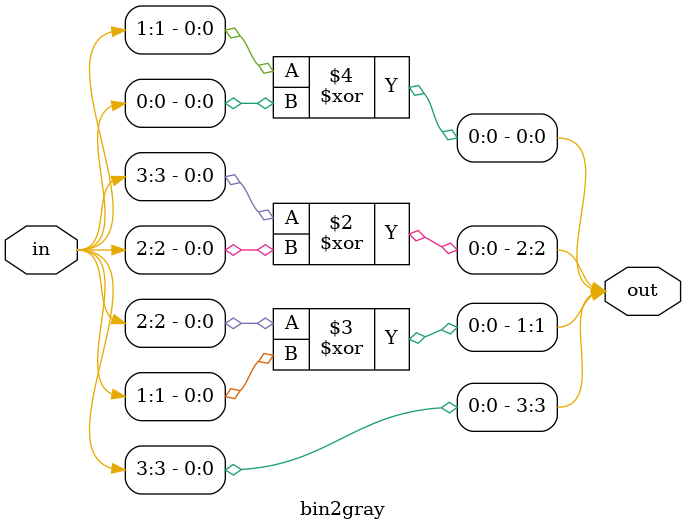
<source format=v>
module bin2gray (
  input [3:0] in,
  output reg [3:0] out
);

  always @(*) begin
    out[3] = in[3];
    out[2] = in[3] ^ in[2];
    out[1] = in[2] ^ in[1];
    out[0] = in[1] ^ in[0];
  end

endmodule

</source>
